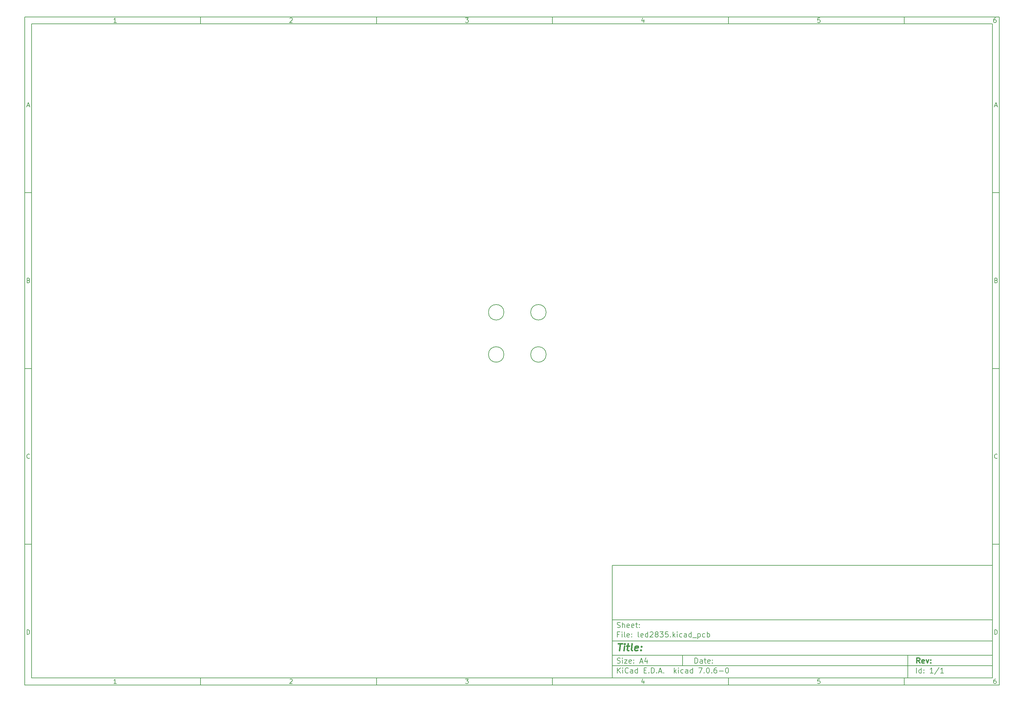
<source format=gbr>
%TF.GenerationSoftware,KiCad,Pcbnew,7.0.6-0*%
%TF.CreationDate,2024-07-03T14:46:14+08:00*%
%TF.ProjectId,led2835,6c656432-3833-4352-9e6b-696361645f70,rev?*%
%TF.SameCoordinates,Original*%
%TF.FileFunction,Other,Comment*%
%FSLAX46Y46*%
G04 Gerber Fmt 4.6, Leading zero omitted, Abs format (unit mm)*
G04 Created by KiCad (PCBNEW 7.0.6-0) date 2024-07-03 14:46:14*
%MOMM*%
%LPD*%
G01*
G04 APERTURE LIST*
%ADD10C,0.100000*%
%ADD11C,0.150000*%
%ADD12C,0.300000*%
%ADD13C,0.400000*%
G04 APERTURE END LIST*
D10*
D11*
X177002200Y-166007200D02*
X285002200Y-166007200D01*
X285002200Y-198007200D01*
X177002200Y-198007200D01*
X177002200Y-166007200D01*
D10*
D11*
X10000000Y-10000000D02*
X287002200Y-10000000D01*
X287002200Y-200007200D01*
X10000000Y-200007200D01*
X10000000Y-10000000D01*
D10*
D11*
X12000000Y-12000000D02*
X285002200Y-12000000D01*
X285002200Y-198007200D01*
X12000000Y-198007200D01*
X12000000Y-12000000D01*
D10*
D11*
X60000000Y-12000000D02*
X60000000Y-10000000D01*
D10*
D11*
X110000000Y-12000000D02*
X110000000Y-10000000D01*
D10*
D11*
X160000000Y-12000000D02*
X160000000Y-10000000D01*
D10*
D11*
X210000000Y-12000000D02*
X210000000Y-10000000D01*
D10*
D11*
X260000000Y-12000000D02*
X260000000Y-10000000D01*
D10*
D11*
X36089160Y-11593604D02*
X35346303Y-11593604D01*
X35717731Y-11593604D02*
X35717731Y-10293604D01*
X35717731Y-10293604D02*
X35593922Y-10479319D01*
X35593922Y-10479319D02*
X35470112Y-10603128D01*
X35470112Y-10603128D02*
X35346303Y-10665033D01*
D10*
D11*
X85346303Y-10417414D02*
X85408207Y-10355509D01*
X85408207Y-10355509D02*
X85532017Y-10293604D01*
X85532017Y-10293604D02*
X85841541Y-10293604D01*
X85841541Y-10293604D02*
X85965350Y-10355509D01*
X85965350Y-10355509D02*
X86027255Y-10417414D01*
X86027255Y-10417414D02*
X86089160Y-10541223D01*
X86089160Y-10541223D02*
X86089160Y-10665033D01*
X86089160Y-10665033D02*
X86027255Y-10850747D01*
X86027255Y-10850747D02*
X85284398Y-11593604D01*
X85284398Y-11593604D02*
X86089160Y-11593604D01*
D10*
D11*
X135284398Y-10293604D02*
X136089160Y-10293604D01*
X136089160Y-10293604D02*
X135655826Y-10788842D01*
X135655826Y-10788842D02*
X135841541Y-10788842D01*
X135841541Y-10788842D02*
X135965350Y-10850747D01*
X135965350Y-10850747D02*
X136027255Y-10912652D01*
X136027255Y-10912652D02*
X136089160Y-11036461D01*
X136089160Y-11036461D02*
X136089160Y-11345985D01*
X136089160Y-11345985D02*
X136027255Y-11469795D01*
X136027255Y-11469795D02*
X135965350Y-11531700D01*
X135965350Y-11531700D02*
X135841541Y-11593604D01*
X135841541Y-11593604D02*
X135470112Y-11593604D01*
X135470112Y-11593604D02*
X135346303Y-11531700D01*
X135346303Y-11531700D02*
X135284398Y-11469795D01*
D10*
D11*
X185965350Y-10726938D02*
X185965350Y-11593604D01*
X185655826Y-10231700D02*
X185346303Y-11160271D01*
X185346303Y-11160271D02*
X186151064Y-11160271D01*
D10*
D11*
X236027255Y-10293604D02*
X235408207Y-10293604D01*
X235408207Y-10293604D02*
X235346303Y-10912652D01*
X235346303Y-10912652D02*
X235408207Y-10850747D01*
X235408207Y-10850747D02*
X235532017Y-10788842D01*
X235532017Y-10788842D02*
X235841541Y-10788842D01*
X235841541Y-10788842D02*
X235965350Y-10850747D01*
X235965350Y-10850747D02*
X236027255Y-10912652D01*
X236027255Y-10912652D02*
X236089160Y-11036461D01*
X236089160Y-11036461D02*
X236089160Y-11345985D01*
X236089160Y-11345985D02*
X236027255Y-11469795D01*
X236027255Y-11469795D02*
X235965350Y-11531700D01*
X235965350Y-11531700D02*
X235841541Y-11593604D01*
X235841541Y-11593604D02*
X235532017Y-11593604D01*
X235532017Y-11593604D02*
X235408207Y-11531700D01*
X235408207Y-11531700D02*
X235346303Y-11469795D01*
D10*
D11*
X285965350Y-10293604D02*
X285717731Y-10293604D01*
X285717731Y-10293604D02*
X285593922Y-10355509D01*
X285593922Y-10355509D02*
X285532017Y-10417414D01*
X285532017Y-10417414D02*
X285408207Y-10603128D01*
X285408207Y-10603128D02*
X285346303Y-10850747D01*
X285346303Y-10850747D02*
X285346303Y-11345985D01*
X285346303Y-11345985D02*
X285408207Y-11469795D01*
X285408207Y-11469795D02*
X285470112Y-11531700D01*
X285470112Y-11531700D02*
X285593922Y-11593604D01*
X285593922Y-11593604D02*
X285841541Y-11593604D01*
X285841541Y-11593604D02*
X285965350Y-11531700D01*
X285965350Y-11531700D02*
X286027255Y-11469795D01*
X286027255Y-11469795D02*
X286089160Y-11345985D01*
X286089160Y-11345985D02*
X286089160Y-11036461D01*
X286089160Y-11036461D02*
X286027255Y-10912652D01*
X286027255Y-10912652D02*
X285965350Y-10850747D01*
X285965350Y-10850747D02*
X285841541Y-10788842D01*
X285841541Y-10788842D02*
X285593922Y-10788842D01*
X285593922Y-10788842D02*
X285470112Y-10850747D01*
X285470112Y-10850747D02*
X285408207Y-10912652D01*
X285408207Y-10912652D02*
X285346303Y-11036461D01*
D10*
D11*
X60000000Y-198007200D02*
X60000000Y-200007200D01*
D10*
D11*
X110000000Y-198007200D02*
X110000000Y-200007200D01*
D10*
D11*
X160000000Y-198007200D02*
X160000000Y-200007200D01*
D10*
D11*
X210000000Y-198007200D02*
X210000000Y-200007200D01*
D10*
D11*
X260000000Y-198007200D02*
X260000000Y-200007200D01*
D10*
D11*
X36089160Y-199600804D02*
X35346303Y-199600804D01*
X35717731Y-199600804D02*
X35717731Y-198300804D01*
X35717731Y-198300804D02*
X35593922Y-198486519D01*
X35593922Y-198486519D02*
X35470112Y-198610328D01*
X35470112Y-198610328D02*
X35346303Y-198672233D01*
D10*
D11*
X85346303Y-198424614D02*
X85408207Y-198362709D01*
X85408207Y-198362709D02*
X85532017Y-198300804D01*
X85532017Y-198300804D02*
X85841541Y-198300804D01*
X85841541Y-198300804D02*
X85965350Y-198362709D01*
X85965350Y-198362709D02*
X86027255Y-198424614D01*
X86027255Y-198424614D02*
X86089160Y-198548423D01*
X86089160Y-198548423D02*
X86089160Y-198672233D01*
X86089160Y-198672233D02*
X86027255Y-198857947D01*
X86027255Y-198857947D02*
X85284398Y-199600804D01*
X85284398Y-199600804D02*
X86089160Y-199600804D01*
D10*
D11*
X135284398Y-198300804D02*
X136089160Y-198300804D01*
X136089160Y-198300804D02*
X135655826Y-198796042D01*
X135655826Y-198796042D02*
X135841541Y-198796042D01*
X135841541Y-198796042D02*
X135965350Y-198857947D01*
X135965350Y-198857947D02*
X136027255Y-198919852D01*
X136027255Y-198919852D02*
X136089160Y-199043661D01*
X136089160Y-199043661D02*
X136089160Y-199353185D01*
X136089160Y-199353185D02*
X136027255Y-199476995D01*
X136027255Y-199476995D02*
X135965350Y-199538900D01*
X135965350Y-199538900D02*
X135841541Y-199600804D01*
X135841541Y-199600804D02*
X135470112Y-199600804D01*
X135470112Y-199600804D02*
X135346303Y-199538900D01*
X135346303Y-199538900D02*
X135284398Y-199476995D01*
D10*
D11*
X185965350Y-198734138D02*
X185965350Y-199600804D01*
X185655826Y-198238900D02*
X185346303Y-199167471D01*
X185346303Y-199167471D02*
X186151064Y-199167471D01*
D10*
D11*
X236027255Y-198300804D02*
X235408207Y-198300804D01*
X235408207Y-198300804D02*
X235346303Y-198919852D01*
X235346303Y-198919852D02*
X235408207Y-198857947D01*
X235408207Y-198857947D02*
X235532017Y-198796042D01*
X235532017Y-198796042D02*
X235841541Y-198796042D01*
X235841541Y-198796042D02*
X235965350Y-198857947D01*
X235965350Y-198857947D02*
X236027255Y-198919852D01*
X236027255Y-198919852D02*
X236089160Y-199043661D01*
X236089160Y-199043661D02*
X236089160Y-199353185D01*
X236089160Y-199353185D02*
X236027255Y-199476995D01*
X236027255Y-199476995D02*
X235965350Y-199538900D01*
X235965350Y-199538900D02*
X235841541Y-199600804D01*
X235841541Y-199600804D02*
X235532017Y-199600804D01*
X235532017Y-199600804D02*
X235408207Y-199538900D01*
X235408207Y-199538900D02*
X235346303Y-199476995D01*
D10*
D11*
X285965350Y-198300804D02*
X285717731Y-198300804D01*
X285717731Y-198300804D02*
X285593922Y-198362709D01*
X285593922Y-198362709D02*
X285532017Y-198424614D01*
X285532017Y-198424614D02*
X285408207Y-198610328D01*
X285408207Y-198610328D02*
X285346303Y-198857947D01*
X285346303Y-198857947D02*
X285346303Y-199353185D01*
X285346303Y-199353185D02*
X285408207Y-199476995D01*
X285408207Y-199476995D02*
X285470112Y-199538900D01*
X285470112Y-199538900D02*
X285593922Y-199600804D01*
X285593922Y-199600804D02*
X285841541Y-199600804D01*
X285841541Y-199600804D02*
X285965350Y-199538900D01*
X285965350Y-199538900D02*
X286027255Y-199476995D01*
X286027255Y-199476995D02*
X286089160Y-199353185D01*
X286089160Y-199353185D02*
X286089160Y-199043661D01*
X286089160Y-199043661D02*
X286027255Y-198919852D01*
X286027255Y-198919852D02*
X285965350Y-198857947D01*
X285965350Y-198857947D02*
X285841541Y-198796042D01*
X285841541Y-198796042D02*
X285593922Y-198796042D01*
X285593922Y-198796042D02*
X285470112Y-198857947D01*
X285470112Y-198857947D02*
X285408207Y-198919852D01*
X285408207Y-198919852D02*
X285346303Y-199043661D01*
D10*
D11*
X10000000Y-60000000D02*
X12000000Y-60000000D01*
D10*
D11*
X10000000Y-110000000D02*
X12000000Y-110000000D01*
D10*
D11*
X10000000Y-160000000D02*
X12000000Y-160000000D01*
D10*
D11*
X10690476Y-35222176D02*
X11309523Y-35222176D01*
X10566666Y-35593604D02*
X10999999Y-34293604D01*
X10999999Y-34293604D02*
X11433333Y-35593604D01*
D10*
D11*
X11092857Y-84912652D02*
X11278571Y-84974557D01*
X11278571Y-84974557D02*
X11340476Y-85036461D01*
X11340476Y-85036461D02*
X11402380Y-85160271D01*
X11402380Y-85160271D02*
X11402380Y-85345985D01*
X11402380Y-85345985D02*
X11340476Y-85469795D01*
X11340476Y-85469795D02*
X11278571Y-85531700D01*
X11278571Y-85531700D02*
X11154761Y-85593604D01*
X11154761Y-85593604D02*
X10659523Y-85593604D01*
X10659523Y-85593604D02*
X10659523Y-84293604D01*
X10659523Y-84293604D02*
X11092857Y-84293604D01*
X11092857Y-84293604D02*
X11216666Y-84355509D01*
X11216666Y-84355509D02*
X11278571Y-84417414D01*
X11278571Y-84417414D02*
X11340476Y-84541223D01*
X11340476Y-84541223D02*
X11340476Y-84665033D01*
X11340476Y-84665033D02*
X11278571Y-84788842D01*
X11278571Y-84788842D02*
X11216666Y-84850747D01*
X11216666Y-84850747D02*
X11092857Y-84912652D01*
X11092857Y-84912652D02*
X10659523Y-84912652D01*
D10*
D11*
X11402380Y-135469795D02*
X11340476Y-135531700D01*
X11340476Y-135531700D02*
X11154761Y-135593604D01*
X11154761Y-135593604D02*
X11030952Y-135593604D01*
X11030952Y-135593604D02*
X10845238Y-135531700D01*
X10845238Y-135531700D02*
X10721428Y-135407890D01*
X10721428Y-135407890D02*
X10659523Y-135284080D01*
X10659523Y-135284080D02*
X10597619Y-135036461D01*
X10597619Y-135036461D02*
X10597619Y-134850747D01*
X10597619Y-134850747D02*
X10659523Y-134603128D01*
X10659523Y-134603128D02*
X10721428Y-134479319D01*
X10721428Y-134479319D02*
X10845238Y-134355509D01*
X10845238Y-134355509D02*
X11030952Y-134293604D01*
X11030952Y-134293604D02*
X11154761Y-134293604D01*
X11154761Y-134293604D02*
X11340476Y-134355509D01*
X11340476Y-134355509D02*
X11402380Y-134417414D01*
D10*
D11*
X10659523Y-185593604D02*
X10659523Y-184293604D01*
X10659523Y-184293604D02*
X10969047Y-184293604D01*
X10969047Y-184293604D02*
X11154761Y-184355509D01*
X11154761Y-184355509D02*
X11278571Y-184479319D01*
X11278571Y-184479319D02*
X11340476Y-184603128D01*
X11340476Y-184603128D02*
X11402380Y-184850747D01*
X11402380Y-184850747D02*
X11402380Y-185036461D01*
X11402380Y-185036461D02*
X11340476Y-185284080D01*
X11340476Y-185284080D02*
X11278571Y-185407890D01*
X11278571Y-185407890D02*
X11154761Y-185531700D01*
X11154761Y-185531700D02*
X10969047Y-185593604D01*
X10969047Y-185593604D02*
X10659523Y-185593604D01*
D10*
D11*
X287002200Y-60000000D02*
X285002200Y-60000000D01*
D10*
D11*
X287002200Y-110000000D02*
X285002200Y-110000000D01*
D10*
D11*
X287002200Y-160000000D02*
X285002200Y-160000000D01*
D10*
D11*
X285692676Y-35222176D02*
X286311723Y-35222176D01*
X285568866Y-35593604D02*
X286002199Y-34293604D01*
X286002199Y-34293604D02*
X286435533Y-35593604D01*
D10*
D11*
X286095057Y-84912652D02*
X286280771Y-84974557D01*
X286280771Y-84974557D02*
X286342676Y-85036461D01*
X286342676Y-85036461D02*
X286404580Y-85160271D01*
X286404580Y-85160271D02*
X286404580Y-85345985D01*
X286404580Y-85345985D02*
X286342676Y-85469795D01*
X286342676Y-85469795D02*
X286280771Y-85531700D01*
X286280771Y-85531700D02*
X286156961Y-85593604D01*
X286156961Y-85593604D02*
X285661723Y-85593604D01*
X285661723Y-85593604D02*
X285661723Y-84293604D01*
X285661723Y-84293604D02*
X286095057Y-84293604D01*
X286095057Y-84293604D02*
X286218866Y-84355509D01*
X286218866Y-84355509D02*
X286280771Y-84417414D01*
X286280771Y-84417414D02*
X286342676Y-84541223D01*
X286342676Y-84541223D02*
X286342676Y-84665033D01*
X286342676Y-84665033D02*
X286280771Y-84788842D01*
X286280771Y-84788842D02*
X286218866Y-84850747D01*
X286218866Y-84850747D02*
X286095057Y-84912652D01*
X286095057Y-84912652D02*
X285661723Y-84912652D01*
D10*
D11*
X286404580Y-135469795D02*
X286342676Y-135531700D01*
X286342676Y-135531700D02*
X286156961Y-135593604D01*
X286156961Y-135593604D02*
X286033152Y-135593604D01*
X286033152Y-135593604D02*
X285847438Y-135531700D01*
X285847438Y-135531700D02*
X285723628Y-135407890D01*
X285723628Y-135407890D02*
X285661723Y-135284080D01*
X285661723Y-135284080D02*
X285599819Y-135036461D01*
X285599819Y-135036461D02*
X285599819Y-134850747D01*
X285599819Y-134850747D02*
X285661723Y-134603128D01*
X285661723Y-134603128D02*
X285723628Y-134479319D01*
X285723628Y-134479319D02*
X285847438Y-134355509D01*
X285847438Y-134355509D02*
X286033152Y-134293604D01*
X286033152Y-134293604D02*
X286156961Y-134293604D01*
X286156961Y-134293604D02*
X286342676Y-134355509D01*
X286342676Y-134355509D02*
X286404580Y-134417414D01*
D10*
D11*
X285661723Y-185593604D02*
X285661723Y-184293604D01*
X285661723Y-184293604D02*
X285971247Y-184293604D01*
X285971247Y-184293604D02*
X286156961Y-184355509D01*
X286156961Y-184355509D02*
X286280771Y-184479319D01*
X286280771Y-184479319D02*
X286342676Y-184603128D01*
X286342676Y-184603128D02*
X286404580Y-184850747D01*
X286404580Y-184850747D02*
X286404580Y-185036461D01*
X286404580Y-185036461D02*
X286342676Y-185284080D01*
X286342676Y-185284080D02*
X286280771Y-185407890D01*
X286280771Y-185407890D02*
X286156961Y-185531700D01*
X286156961Y-185531700D02*
X285971247Y-185593604D01*
X285971247Y-185593604D02*
X285661723Y-185593604D01*
D10*
D11*
X200458026Y-193793328D02*
X200458026Y-192293328D01*
X200458026Y-192293328D02*
X200815169Y-192293328D01*
X200815169Y-192293328D02*
X201029455Y-192364757D01*
X201029455Y-192364757D02*
X201172312Y-192507614D01*
X201172312Y-192507614D02*
X201243741Y-192650471D01*
X201243741Y-192650471D02*
X201315169Y-192936185D01*
X201315169Y-192936185D02*
X201315169Y-193150471D01*
X201315169Y-193150471D02*
X201243741Y-193436185D01*
X201243741Y-193436185D02*
X201172312Y-193579042D01*
X201172312Y-193579042D02*
X201029455Y-193721900D01*
X201029455Y-193721900D02*
X200815169Y-193793328D01*
X200815169Y-193793328D02*
X200458026Y-193793328D01*
X202600884Y-193793328D02*
X202600884Y-193007614D01*
X202600884Y-193007614D02*
X202529455Y-192864757D01*
X202529455Y-192864757D02*
X202386598Y-192793328D01*
X202386598Y-192793328D02*
X202100884Y-192793328D01*
X202100884Y-192793328D02*
X201958026Y-192864757D01*
X202600884Y-193721900D02*
X202458026Y-193793328D01*
X202458026Y-193793328D02*
X202100884Y-193793328D01*
X202100884Y-193793328D02*
X201958026Y-193721900D01*
X201958026Y-193721900D02*
X201886598Y-193579042D01*
X201886598Y-193579042D02*
X201886598Y-193436185D01*
X201886598Y-193436185D02*
X201958026Y-193293328D01*
X201958026Y-193293328D02*
X202100884Y-193221900D01*
X202100884Y-193221900D02*
X202458026Y-193221900D01*
X202458026Y-193221900D02*
X202600884Y-193150471D01*
X203100884Y-192793328D02*
X203672312Y-192793328D01*
X203315169Y-192293328D02*
X203315169Y-193579042D01*
X203315169Y-193579042D02*
X203386598Y-193721900D01*
X203386598Y-193721900D02*
X203529455Y-193793328D01*
X203529455Y-193793328D02*
X203672312Y-193793328D01*
X204743741Y-193721900D02*
X204600884Y-193793328D01*
X204600884Y-193793328D02*
X204315170Y-193793328D01*
X204315170Y-193793328D02*
X204172312Y-193721900D01*
X204172312Y-193721900D02*
X204100884Y-193579042D01*
X204100884Y-193579042D02*
X204100884Y-193007614D01*
X204100884Y-193007614D02*
X204172312Y-192864757D01*
X204172312Y-192864757D02*
X204315170Y-192793328D01*
X204315170Y-192793328D02*
X204600884Y-192793328D01*
X204600884Y-192793328D02*
X204743741Y-192864757D01*
X204743741Y-192864757D02*
X204815170Y-193007614D01*
X204815170Y-193007614D02*
X204815170Y-193150471D01*
X204815170Y-193150471D02*
X204100884Y-193293328D01*
X205458026Y-193650471D02*
X205529455Y-193721900D01*
X205529455Y-193721900D02*
X205458026Y-193793328D01*
X205458026Y-193793328D02*
X205386598Y-193721900D01*
X205386598Y-193721900D02*
X205458026Y-193650471D01*
X205458026Y-193650471D02*
X205458026Y-193793328D01*
X205458026Y-192864757D02*
X205529455Y-192936185D01*
X205529455Y-192936185D02*
X205458026Y-193007614D01*
X205458026Y-193007614D02*
X205386598Y-192936185D01*
X205386598Y-192936185D02*
X205458026Y-192864757D01*
X205458026Y-192864757D02*
X205458026Y-193007614D01*
D10*
D11*
X177002200Y-194507200D02*
X285002200Y-194507200D01*
D10*
D11*
X178458026Y-196593328D02*
X178458026Y-195093328D01*
X179315169Y-196593328D02*
X178672312Y-195736185D01*
X179315169Y-195093328D02*
X178458026Y-195950471D01*
X179958026Y-196593328D02*
X179958026Y-195593328D01*
X179958026Y-195093328D02*
X179886598Y-195164757D01*
X179886598Y-195164757D02*
X179958026Y-195236185D01*
X179958026Y-195236185D02*
X180029455Y-195164757D01*
X180029455Y-195164757D02*
X179958026Y-195093328D01*
X179958026Y-195093328D02*
X179958026Y-195236185D01*
X181529455Y-196450471D02*
X181458027Y-196521900D01*
X181458027Y-196521900D02*
X181243741Y-196593328D01*
X181243741Y-196593328D02*
X181100884Y-196593328D01*
X181100884Y-196593328D02*
X180886598Y-196521900D01*
X180886598Y-196521900D02*
X180743741Y-196379042D01*
X180743741Y-196379042D02*
X180672312Y-196236185D01*
X180672312Y-196236185D02*
X180600884Y-195950471D01*
X180600884Y-195950471D02*
X180600884Y-195736185D01*
X180600884Y-195736185D02*
X180672312Y-195450471D01*
X180672312Y-195450471D02*
X180743741Y-195307614D01*
X180743741Y-195307614D02*
X180886598Y-195164757D01*
X180886598Y-195164757D02*
X181100884Y-195093328D01*
X181100884Y-195093328D02*
X181243741Y-195093328D01*
X181243741Y-195093328D02*
X181458027Y-195164757D01*
X181458027Y-195164757D02*
X181529455Y-195236185D01*
X182815170Y-196593328D02*
X182815170Y-195807614D01*
X182815170Y-195807614D02*
X182743741Y-195664757D01*
X182743741Y-195664757D02*
X182600884Y-195593328D01*
X182600884Y-195593328D02*
X182315170Y-195593328D01*
X182315170Y-195593328D02*
X182172312Y-195664757D01*
X182815170Y-196521900D02*
X182672312Y-196593328D01*
X182672312Y-196593328D02*
X182315170Y-196593328D01*
X182315170Y-196593328D02*
X182172312Y-196521900D01*
X182172312Y-196521900D02*
X182100884Y-196379042D01*
X182100884Y-196379042D02*
X182100884Y-196236185D01*
X182100884Y-196236185D02*
X182172312Y-196093328D01*
X182172312Y-196093328D02*
X182315170Y-196021900D01*
X182315170Y-196021900D02*
X182672312Y-196021900D01*
X182672312Y-196021900D02*
X182815170Y-195950471D01*
X184172313Y-196593328D02*
X184172313Y-195093328D01*
X184172313Y-196521900D02*
X184029455Y-196593328D01*
X184029455Y-196593328D02*
X183743741Y-196593328D01*
X183743741Y-196593328D02*
X183600884Y-196521900D01*
X183600884Y-196521900D02*
X183529455Y-196450471D01*
X183529455Y-196450471D02*
X183458027Y-196307614D01*
X183458027Y-196307614D02*
X183458027Y-195879042D01*
X183458027Y-195879042D02*
X183529455Y-195736185D01*
X183529455Y-195736185D02*
X183600884Y-195664757D01*
X183600884Y-195664757D02*
X183743741Y-195593328D01*
X183743741Y-195593328D02*
X184029455Y-195593328D01*
X184029455Y-195593328D02*
X184172313Y-195664757D01*
X186029455Y-195807614D02*
X186529455Y-195807614D01*
X186743741Y-196593328D02*
X186029455Y-196593328D01*
X186029455Y-196593328D02*
X186029455Y-195093328D01*
X186029455Y-195093328D02*
X186743741Y-195093328D01*
X187386598Y-196450471D02*
X187458027Y-196521900D01*
X187458027Y-196521900D02*
X187386598Y-196593328D01*
X187386598Y-196593328D02*
X187315170Y-196521900D01*
X187315170Y-196521900D02*
X187386598Y-196450471D01*
X187386598Y-196450471D02*
X187386598Y-196593328D01*
X188100884Y-196593328D02*
X188100884Y-195093328D01*
X188100884Y-195093328D02*
X188458027Y-195093328D01*
X188458027Y-195093328D02*
X188672313Y-195164757D01*
X188672313Y-195164757D02*
X188815170Y-195307614D01*
X188815170Y-195307614D02*
X188886599Y-195450471D01*
X188886599Y-195450471D02*
X188958027Y-195736185D01*
X188958027Y-195736185D02*
X188958027Y-195950471D01*
X188958027Y-195950471D02*
X188886599Y-196236185D01*
X188886599Y-196236185D02*
X188815170Y-196379042D01*
X188815170Y-196379042D02*
X188672313Y-196521900D01*
X188672313Y-196521900D02*
X188458027Y-196593328D01*
X188458027Y-196593328D02*
X188100884Y-196593328D01*
X189600884Y-196450471D02*
X189672313Y-196521900D01*
X189672313Y-196521900D02*
X189600884Y-196593328D01*
X189600884Y-196593328D02*
X189529456Y-196521900D01*
X189529456Y-196521900D02*
X189600884Y-196450471D01*
X189600884Y-196450471D02*
X189600884Y-196593328D01*
X190243742Y-196164757D02*
X190958028Y-196164757D01*
X190100885Y-196593328D02*
X190600885Y-195093328D01*
X190600885Y-195093328D02*
X191100885Y-196593328D01*
X191600884Y-196450471D02*
X191672313Y-196521900D01*
X191672313Y-196521900D02*
X191600884Y-196593328D01*
X191600884Y-196593328D02*
X191529456Y-196521900D01*
X191529456Y-196521900D02*
X191600884Y-196450471D01*
X191600884Y-196450471D02*
X191600884Y-196593328D01*
X194600884Y-196593328D02*
X194600884Y-195093328D01*
X194743742Y-196021900D02*
X195172313Y-196593328D01*
X195172313Y-195593328D02*
X194600884Y-196164757D01*
X195815170Y-196593328D02*
X195815170Y-195593328D01*
X195815170Y-195093328D02*
X195743742Y-195164757D01*
X195743742Y-195164757D02*
X195815170Y-195236185D01*
X195815170Y-195236185D02*
X195886599Y-195164757D01*
X195886599Y-195164757D02*
X195815170Y-195093328D01*
X195815170Y-195093328D02*
X195815170Y-195236185D01*
X197172314Y-196521900D02*
X197029456Y-196593328D01*
X197029456Y-196593328D02*
X196743742Y-196593328D01*
X196743742Y-196593328D02*
X196600885Y-196521900D01*
X196600885Y-196521900D02*
X196529456Y-196450471D01*
X196529456Y-196450471D02*
X196458028Y-196307614D01*
X196458028Y-196307614D02*
X196458028Y-195879042D01*
X196458028Y-195879042D02*
X196529456Y-195736185D01*
X196529456Y-195736185D02*
X196600885Y-195664757D01*
X196600885Y-195664757D02*
X196743742Y-195593328D01*
X196743742Y-195593328D02*
X197029456Y-195593328D01*
X197029456Y-195593328D02*
X197172314Y-195664757D01*
X198458028Y-196593328D02*
X198458028Y-195807614D01*
X198458028Y-195807614D02*
X198386599Y-195664757D01*
X198386599Y-195664757D02*
X198243742Y-195593328D01*
X198243742Y-195593328D02*
X197958028Y-195593328D01*
X197958028Y-195593328D02*
X197815170Y-195664757D01*
X198458028Y-196521900D02*
X198315170Y-196593328D01*
X198315170Y-196593328D02*
X197958028Y-196593328D01*
X197958028Y-196593328D02*
X197815170Y-196521900D01*
X197815170Y-196521900D02*
X197743742Y-196379042D01*
X197743742Y-196379042D02*
X197743742Y-196236185D01*
X197743742Y-196236185D02*
X197815170Y-196093328D01*
X197815170Y-196093328D02*
X197958028Y-196021900D01*
X197958028Y-196021900D02*
X198315170Y-196021900D01*
X198315170Y-196021900D02*
X198458028Y-195950471D01*
X199815171Y-196593328D02*
X199815171Y-195093328D01*
X199815171Y-196521900D02*
X199672313Y-196593328D01*
X199672313Y-196593328D02*
X199386599Y-196593328D01*
X199386599Y-196593328D02*
X199243742Y-196521900D01*
X199243742Y-196521900D02*
X199172313Y-196450471D01*
X199172313Y-196450471D02*
X199100885Y-196307614D01*
X199100885Y-196307614D02*
X199100885Y-195879042D01*
X199100885Y-195879042D02*
X199172313Y-195736185D01*
X199172313Y-195736185D02*
X199243742Y-195664757D01*
X199243742Y-195664757D02*
X199386599Y-195593328D01*
X199386599Y-195593328D02*
X199672313Y-195593328D01*
X199672313Y-195593328D02*
X199815171Y-195664757D01*
X201529456Y-195093328D02*
X202529456Y-195093328D01*
X202529456Y-195093328D02*
X201886599Y-196593328D01*
X203100884Y-196450471D02*
X203172313Y-196521900D01*
X203172313Y-196521900D02*
X203100884Y-196593328D01*
X203100884Y-196593328D02*
X203029456Y-196521900D01*
X203029456Y-196521900D02*
X203100884Y-196450471D01*
X203100884Y-196450471D02*
X203100884Y-196593328D01*
X204100885Y-195093328D02*
X204243742Y-195093328D01*
X204243742Y-195093328D02*
X204386599Y-195164757D01*
X204386599Y-195164757D02*
X204458028Y-195236185D01*
X204458028Y-195236185D02*
X204529456Y-195379042D01*
X204529456Y-195379042D02*
X204600885Y-195664757D01*
X204600885Y-195664757D02*
X204600885Y-196021900D01*
X204600885Y-196021900D02*
X204529456Y-196307614D01*
X204529456Y-196307614D02*
X204458028Y-196450471D01*
X204458028Y-196450471D02*
X204386599Y-196521900D01*
X204386599Y-196521900D02*
X204243742Y-196593328D01*
X204243742Y-196593328D02*
X204100885Y-196593328D01*
X204100885Y-196593328D02*
X203958028Y-196521900D01*
X203958028Y-196521900D02*
X203886599Y-196450471D01*
X203886599Y-196450471D02*
X203815170Y-196307614D01*
X203815170Y-196307614D02*
X203743742Y-196021900D01*
X203743742Y-196021900D02*
X203743742Y-195664757D01*
X203743742Y-195664757D02*
X203815170Y-195379042D01*
X203815170Y-195379042D02*
X203886599Y-195236185D01*
X203886599Y-195236185D02*
X203958028Y-195164757D01*
X203958028Y-195164757D02*
X204100885Y-195093328D01*
X205243741Y-196450471D02*
X205315170Y-196521900D01*
X205315170Y-196521900D02*
X205243741Y-196593328D01*
X205243741Y-196593328D02*
X205172313Y-196521900D01*
X205172313Y-196521900D02*
X205243741Y-196450471D01*
X205243741Y-196450471D02*
X205243741Y-196593328D01*
X206600885Y-195093328D02*
X206315170Y-195093328D01*
X206315170Y-195093328D02*
X206172313Y-195164757D01*
X206172313Y-195164757D02*
X206100885Y-195236185D01*
X206100885Y-195236185D02*
X205958027Y-195450471D01*
X205958027Y-195450471D02*
X205886599Y-195736185D01*
X205886599Y-195736185D02*
X205886599Y-196307614D01*
X205886599Y-196307614D02*
X205958027Y-196450471D01*
X205958027Y-196450471D02*
X206029456Y-196521900D01*
X206029456Y-196521900D02*
X206172313Y-196593328D01*
X206172313Y-196593328D02*
X206458027Y-196593328D01*
X206458027Y-196593328D02*
X206600885Y-196521900D01*
X206600885Y-196521900D02*
X206672313Y-196450471D01*
X206672313Y-196450471D02*
X206743742Y-196307614D01*
X206743742Y-196307614D02*
X206743742Y-195950471D01*
X206743742Y-195950471D02*
X206672313Y-195807614D01*
X206672313Y-195807614D02*
X206600885Y-195736185D01*
X206600885Y-195736185D02*
X206458027Y-195664757D01*
X206458027Y-195664757D02*
X206172313Y-195664757D01*
X206172313Y-195664757D02*
X206029456Y-195736185D01*
X206029456Y-195736185D02*
X205958027Y-195807614D01*
X205958027Y-195807614D02*
X205886599Y-195950471D01*
X207386598Y-196021900D02*
X208529456Y-196021900D01*
X209529456Y-195093328D02*
X209672313Y-195093328D01*
X209672313Y-195093328D02*
X209815170Y-195164757D01*
X209815170Y-195164757D02*
X209886599Y-195236185D01*
X209886599Y-195236185D02*
X209958027Y-195379042D01*
X209958027Y-195379042D02*
X210029456Y-195664757D01*
X210029456Y-195664757D02*
X210029456Y-196021900D01*
X210029456Y-196021900D02*
X209958027Y-196307614D01*
X209958027Y-196307614D02*
X209886599Y-196450471D01*
X209886599Y-196450471D02*
X209815170Y-196521900D01*
X209815170Y-196521900D02*
X209672313Y-196593328D01*
X209672313Y-196593328D02*
X209529456Y-196593328D01*
X209529456Y-196593328D02*
X209386599Y-196521900D01*
X209386599Y-196521900D02*
X209315170Y-196450471D01*
X209315170Y-196450471D02*
X209243741Y-196307614D01*
X209243741Y-196307614D02*
X209172313Y-196021900D01*
X209172313Y-196021900D02*
X209172313Y-195664757D01*
X209172313Y-195664757D02*
X209243741Y-195379042D01*
X209243741Y-195379042D02*
X209315170Y-195236185D01*
X209315170Y-195236185D02*
X209386599Y-195164757D01*
X209386599Y-195164757D02*
X209529456Y-195093328D01*
D10*
D11*
X177002200Y-191507200D02*
X285002200Y-191507200D01*
D10*
D12*
X264413853Y-193785528D02*
X263913853Y-193071242D01*
X263556710Y-193785528D02*
X263556710Y-192285528D01*
X263556710Y-192285528D02*
X264128139Y-192285528D01*
X264128139Y-192285528D02*
X264270996Y-192356957D01*
X264270996Y-192356957D02*
X264342425Y-192428385D01*
X264342425Y-192428385D02*
X264413853Y-192571242D01*
X264413853Y-192571242D02*
X264413853Y-192785528D01*
X264413853Y-192785528D02*
X264342425Y-192928385D01*
X264342425Y-192928385D02*
X264270996Y-192999814D01*
X264270996Y-192999814D02*
X264128139Y-193071242D01*
X264128139Y-193071242D02*
X263556710Y-193071242D01*
X265628139Y-193714100D02*
X265485282Y-193785528D01*
X265485282Y-193785528D02*
X265199568Y-193785528D01*
X265199568Y-193785528D02*
X265056710Y-193714100D01*
X265056710Y-193714100D02*
X264985282Y-193571242D01*
X264985282Y-193571242D02*
X264985282Y-192999814D01*
X264985282Y-192999814D02*
X265056710Y-192856957D01*
X265056710Y-192856957D02*
X265199568Y-192785528D01*
X265199568Y-192785528D02*
X265485282Y-192785528D01*
X265485282Y-192785528D02*
X265628139Y-192856957D01*
X265628139Y-192856957D02*
X265699568Y-192999814D01*
X265699568Y-192999814D02*
X265699568Y-193142671D01*
X265699568Y-193142671D02*
X264985282Y-193285528D01*
X266199567Y-192785528D02*
X266556710Y-193785528D01*
X266556710Y-193785528D02*
X266913853Y-192785528D01*
X267485281Y-193642671D02*
X267556710Y-193714100D01*
X267556710Y-193714100D02*
X267485281Y-193785528D01*
X267485281Y-193785528D02*
X267413853Y-193714100D01*
X267413853Y-193714100D02*
X267485281Y-193642671D01*
X267485281Y-193642671D02*
X267485281Y-193785528D01*
X267485281Y-192856957D02*
X267556710Y-192928385D01*
X267556710Y-192928385D02*
X267485281Y-192999814D01*
X267485281Y-192999814D02*
X267413853Y-192928385D01*
X267413853Y-192928385D02*
X267485281Y-192856957D01*
X267485281Y-192856957D02*
X267485281Y-192999814D01*
D10*
D11*
X178386598Y-193721900D02*
X178600884Y-193793328D01*
X178600884Y-193793328D02*
X178958026Y-193793328D01*
X178958026Y-193793328D02*
X179100884Y-193721900D01*
X179100884Y-193721900D02*
X179172312Y-193650471D01*
X179172312Y-193650471D02*
X179243741Y-193507614D01*
X179243741Y-193507614D02*
X179243741Y-193364757D01*
X179243741Y-193364757D02*
X179172312Y-193221900D01*
X179172312Y-193221900D02*
X179100884Y-193150471D01*
X179100884Y-193150471D02*
X178958026Y-193079042D01*
X178958026Y-193079042D02*
X178672312Y-193007614D01*
X178672312Y-193007614D02*
X178529455Y-192936185D01*
X178529455Y-192936185D02*
X178458026Y-192864757D01*
X178458026Y-192864757D02*
X178386598Y-192721900D01*
X178386598Y-192721900D02*
X178386598Y-192579042D01*
X178386598Y-192579042D02*
X178458026Y-192436185D01*
X178458026Y-192436185D02*
X178529455Y-192364757D01*
X178529455Y-192364757D02*
X178672312Y-192293328D01*
X178672312Y-192293328D02*
X179029455Y-192293328D01*
X179029455Y-192293328D02*
X179243741Y-192364757D01*
X179886597Y-193793328D02*
X179886597Y-192793328D01*
X179886597Y-192293328D02*
X179815169Y-192364757D01*
X179815169Y-192364757D02*
X179886597Y-192436185D01*
X179886597Y-192436185D02*
X179958026Y-192364757D01*
X179958026Y-192364757D02*
X179886597Y-192293328D01*
X179886597Y-192293328D02*
X179886597Y-192436185D01*
X180458026Y-192793328D02*
X181243741Y-192793328D01*
X181243741Y-192793328D02*
X180458026Y-193793328D01*
X180458026Y-193793328D02*
X181243741Y-193793328D01*
X182386598Y-193721900D02*
X182243741Y-193793328D01*
X182243741Y-193793328D02*
X181958027Y-193793328D01*
X181958027Y-193793328D02*
X181815169Y-193721900D01*
X181815169Y-193721900D02*
X181743741Y-193579042D01*
X181743741Y-193579042D02*
X181743741Y-193007614D01*
X181743741Y-193007614D02*
X181815169Y-192864757D01*
X181815169Y-192864757D02*
X181958027Y-192793328D01*
X181958027Y-192793328D02*
X182243741Y-192793328D01*
X182243741Y-192793328D02*
X182386598Y-192864757D01*
X182386598Y-192864757D02*
X182458027Y-193007614D01*
X182458027Y-193007614D02*
X182458027Y-193150471D01*
X182458027Y-193150471D02*
X181743741Y-193293328D01*
X183100883Y-193650471D02*
X183172312Y-193721900D01*
X183172312Y-193721900D02*
X183100883Y-193793328D01*
X183100883Y-193793328D02*
X183029455Y-193721900D01*
X183029455Y-193721900D02*
X183100883Y-193650471D01*
X183100883Y-193650471D02*
X183100883Y-193793328D01*
X183100883Y-192864757D02*
X183172312Y-192936185D01*
X183172312Y-192936185D02*
X183100883Y-193007614D01*
X183100883Y-193007614D02*
X183029455Y-192936185D01*
X183029455Y-192936185D02*
X183100883Y-192864757D01*
X183100883Y-192864757D02*
X183100883Y-193007614D01*
X184886598Y-193364757D02*
X185600884Y-193364757D01*
X184743741Y-193793328D02*
X185243741Y-192293328D01*
X185243741Y-192293328D02*
X185743741Y-193793328D01*
X186886598Y-192793328D02*
X186886598Y-193793328D01*
X186529455Y-192221900D02*
X186172312Y-193293328D01*
X186172312Y-193293328D02*
X187100883Y-193293328D01*
D10*
D11*
X263458026Y-196593328D02*
X263458026Y-195093328D01*
X264815170Y-196593328D02*
X264815170Y-195093328D01*
X264815170Y-196521900D02*
X264672312Y-196593328D01*
X264672312Y-196593328D02*
X264386598Y-196593328D01*
X264386598Y-196593328D02*
X264243741Y-196521900D01*
X264243741Y-196521900D02*
X264172312Y-196450471D01*
X264172312Y-196450471D02*
X264100884Y-196307614D01*
X264100884Y-196307614D02*
X264100884Y-195879042D01*
X264100884Y-195879042D02*
X264172312Y-195736185D01*
X264172312Y-195736185D02*
X264243741Y-195664757D01*
X264243741Y-195664757D02*
X264386598Y-195593328D01*
X264386598Y-195593328D02*
X264672312Y-195593328D01*
X264672312Y-195593328D02*
X264815170Y-195664757D01*
X265529455Y-196450471D02*
X265600884Y-196521900D01*
X265600884Y-196521900D02*
X265529455Y-196593328D01*
X265529455Y-196593328D02*
X265458027Y-196521900D01*
X265458027Y-196521900D02*
X265529455Y-196450471D01*
X265529455Y-196450471D02*
X265529455Y-196593328D01*
X265529455Y-195664757D02*
X265600884Y-195736185D01*
X265600884Y-195736185D02*
X265529455Y-195807614D01*
X265529455Y-195807614D02*
X265458027Y-195736185D01*
X265458027Y-195736185D02*
X265529455Y-195664757D01*
X265529455Y-195664757D02*
X265529455Y-195807614D01*
X268172313Y-196593328D02*
X267315170Y-196593328D01*
X267743741Y-196593328D02*
X267743741Y-195093328D01*
X267743741Y-195093328D02*
X267600884Y-195307614D01*
X267600884Y-195307614D02*
X267458027Y-195450471D01*
X267458027Y-195450471D02*
X267315170Y-195521900D01*
X269886598Y-195021900D02*
X268600884Y-196950471D01*
X271172313Y-196593328D02*
X270315170Y-196593328D01*
X270743741Y-196593328D02*
X270743741Y-195093328D01*
X270743741Y-195093328D02*
X270600884Y-195307614D01*
X270600884Y-195307614D02*
X270458027Y-195450471D01*
X270458027Y-195450471D02*
X270315170Y-195521900D01*
D10*
D11*
X177002200Y-187507200D02*
X285002200Y-187507200D01*
D10*
D13*
X178693928Y-188211638D02*
X179836785Y-188211638D01*
X179015357Y-190211638D02*
X179265357Y-188211638D01*
X180253452Y-190211638D02*
X180420119Y-188878304D01*
X180503452Y-188211638D02*
X180396309Y-188306876D01*
X180396309Y-188306876D02*
X180479643Y-188402114D01*
X180479643Y-188402114D02*
X180586786Y-188306876D01*
X180586786Y-188306876D02*
X180503452Y-188211638D01*
X180503452Y-188211638D02*
X180479643Y-188402114D01*
X181086786Y-188878304D02*
X181848690Y-188878304D01*
X181455833Y-188211638D02*
X181241548Y-189925923D01*
X181241548Y-189925923D02*
X181312976Y-190116400D01*
X181312976Y-190116400D02*
X181491548Y-190211638D01*
X181491548Y-190211638D02*
X181682024Y-190211638D01*
X182634405Y-190211638D02*
X182455833Y-190116400D01*
X182455833Y-190116400D02*
X182384405Y-189925923D01*
X182384405Y-189925923D02*
X182598690Y-188211638D01*
X184170119Y-190116400D02*
X183967738Y-190211638D01*
X183967738Y-190211638D02*
X183586785Y-190211638D01*
X183586785Y-190211638D02*
X183408214Y-190116400D01*
X183408214Y-190116400D02*
X183336785Y-189925923D01*
X183336785Y-189925923D02*
X183432024Y-189164019D01*
X183432024Y-189164019D02*
X183551071Y-188973542D01*
X183551071Y-188973542D02*
X183753452Y-188878304D01*
X183753452Y-188878304D02*
X184134404Y-188878304D01*
X184134404Y-188878304D02*
X184312976Y-188973542D01*
X184312976Y-188973542D02*
X184384404Y-189164019D01*
X184384404Y-189164019D02*
X184360595Y-189354495D01*
X184360595Y-189354495D02*
X183384404Y-189544971D01*
X185134405Y-190021161D02*
X185217738Y-190116400D01*
X185217738Y-190116400D02*
X185110595Y-190211638D01*
X185110595Y-190211638D02*
X185027262Y-190116400D01*
X185027262Y-190116400D02*
X185134405Y-190021161D01*
X185134405Y-190021161D02*
X185110595Y-190211638D01*
X185265357Y-188973542D02*
X185348690Y-189068780D01*
X185348690Y-189068780D02*
X185241548Y-189164019D01*
X185241548Y-189164019D02*
X185158214Y-189068780D01*
X185158214Y-189068780D02*
X185265357Y-188973542D01*
X185265357Y-188973542D02*
X185241548Y-189164019D01*
D10*
D11*
X178958026Y-185607614D02*
X178458026Y-185607614D01*
X178458026Y-186393328D02*
X178458026Y-184893328D01*
X178458026Y-184893328D02*
X179172312Y-184893328D01*
X179743740Y-186393328D02*
X179743740Y-185393328D01*
X179743740Y-184893328D02*
X179672312Y-184964757D01*
X179672312Y-184964757D02*
X179743740Y-185036185D01*
X179743740Y-185036185D02*
X179815169Y-184964757D01*
X179815169Y-184964757D02*
X179743740Y-184893328D01*
X179743740Y-184893328D02*
X179743740Y-185036185D01*
X180672312Y-186393328D02*
X180529455Y-186321900D01*
X180529455Y-186321900D02*
X180458026Y-186179042D01*
X180458026Y-186179042D02*
X180458026Y-184893328D01*
X181815169Y-186321900D02*
X181672312Y-186393328D01*
X181672312Y-186393328D02*
X181386598Y-186393328D01*
X181386598Y-186393328D02*
X181243740Y-186321900D01*
X181243740Y-186321900D02*
X181172312Y-186179042D01*
X181172312Y-186179042D02*
X181172312Y-185607614D01*
X181172312Y-185607614D02*
X181243740Y-185464757D01*
X181243740Y-185464757D02*
X181386598Y-185393328D01*
X181386598Y-185393328D02*
X181672312Y-185393328D01*
X181672312Y-185393328D02*
X181815169Y-185464757D01*
X181815169Y-185464757D02*
X181886598Y-185607614D01*
X181886598Y-185607614D02*
X181886598Y-185750471D01*
X181886598Y-185750471D02*
X181172312Y-185893328D01*
X182529454Y-186250471D02*
X182600883Y-186321900D01*
X182600883Y-186321900D02*
X182529454Y-186393328D01*
X182529454Y-186393328D02*
X182458026Y-186321900D01*
X182458026Y-186321900D02*
X182529454Y-186250471D01*
X182529454Y-186250471D02*
X182529454Y-186393328D01*
X182529454Y-185464757D02*
X182600883Y-185536185D01*
X182600883Y-185536185D02*
X182529454Y-185607614D01*
X182529454Y-185607614D02*
X182458026Y-185536185D01*
X182458026Y-185536185D02*
X182529454Y-185464757D01*
X182529454Y-185464757D02*
X182529454Y-185607614D01*
X184600883Y-186393328D02*
X184458026Y-186321900D01*
X184458026Y-186321900D02*
X184386597Y-186179042D01*
X184386597Y-186179042D02*
X184386597Y-184893328D01*
X185743740Y-186321900D02*
X185600883Y-186393328D01*
X185600883Y-186393328D02*
X185315169Y-186393328D01*
X185315169Y-186393328D02*
X185172311Y-186321900D01*
X185172311Y-186321900D02*
X185100883Y-186179042D01*
X185100883Y-186179042D02*
X185100883Y-185607614D01*
X185100883Y-185607614D02*
X185172311Y-185464757D01*
X185172311Y-185464757D02*
X185315169Y-185393328D01*
X185315169Y-185393328D02*
X185600883Y-185393328D01*
X185600883Y-185393328D02*
X185743740Y-185464757D01*
X185743740Y-185464757D02*
X185815169Y-185607614D01*
X185815169Y-185607614D02*
X185815169Y-185750471D01*
X185815169Y-185750471D02*
X185100883Y-185893328D01*
X187100883Y-186393328D02*
X187100883Y-184893328D01*
X187100883Y-186321900D02*
X186958025Y-186393328D01*
X186958025Y-186393328D02*
X186672311Y-186393328D01*
X186672311Y-186393328D02*
X186529454Y-186321900D01*
X186529454Y-186321900D02*
X186458025Y-186250471D01*
X186458025Y-186250471D02*
X186386597Y-186107614D01*
X186386597Y-186107614D02*
X186386597Y-185679042D01*
X186386597Y-185679042D02*
X186458025Y-185536185D01*
X186458025Y-185536185D02*
X186529454Y-185464757D01*
X186529454Y-185464757D02*
X186672311Y-185393328D01*
X186672311Y-185393328D02*
X186958025Y-185393328D01*
X186958025Y-185393328D02*
X187100883Y-185464757D01*
X187743740Y-185036185D02*
X187815168Y-184964757D01*
X187815168Y-184964757D02*
X187958026Y-184893328D01*
X187958026Y-184893328D02*
X188315168Y-184893328D01*
X188315168Y-184893328D02*
X188458026Y-184964757D01*
X188458026Y-184964757D02*
X188529454Y-185036185D01*
X188529454Y-185036185D02*
X188600883Y-185179042D01*
X188600883Y-185179042D02*
X188600883Y-185321900D01*
X188600883Y-185321900D02*
X188529454Y-185536185D01*
X188529454Y-185536185D02*
X187672311Y-186393328D01*
X187672311Y-186393328D02*
X188600883Y-186393328D01*
X189458025Y-185536185D02*
X189315168Y-185464757D01*
X189315168Y-185464757D02*
X189243739Y-185393328D01*
X189243739Y-185393328D02*
X189172311Y-185250471D01*
X189172311Y-185250471D02*
X189172311Y-185179042D01*
X189172311Y-185179042D02*
X189243739Y-185036185D01*
X189243739Y-185036185D02*
X189315168Y-184964757D01*
X189315168Y-184964757D02*
X189458025Y-184893328D01*
X189458025Y-184893328D02*
X189743739Y-184893328D01*
X189743739Y-184893328D02*
X189886597Y-184964757D01*
X189886597Y-184964757D02*
X189958025Y-185036185D01*
X189958025Y-185036185D02*
X190029454Y-185179042D01*
X190029454Y-185179042D02*
X190029454Y-185250471D01*
X190029454Y-185250471D02*
X189958025Y-185393328D01*
X189958025Y-185393328D02*
X189886597Y-185464757D01*
X189886597Y-185464757D02*
X189743739Y-185536185D01*
X189743739Y-185536185D02*
X189458025Y-185536185D01*
X189458025Y-185536185D02*
X189315168Y-185607614D01*
X189315168Y-185607614D02*
X189243739Y-185679042D01*
X189243739Y-185679042D02*
X189172311Y-185821900D01*
X189172311Y-185821900D02*
X189172311Y-186107614D01*
X189172311Y-186107614D02*
X189243739Y-186250471D01*
X189243739Y-186250471D02*
X189315168Y-186321900D01*
X189315168Y-186321900D02*
X189458025Y-186393328D01*
X189458025Y-186393328D02*
X189743739Y-186393328D01*
X189743739Y-186393328D02*
X189886597Y-186321900D01*
X189886597Y-186321900D02*
X189958025Y-186250471D01*
X189958025Y-186250471D02*
X190029454Y-186107614D01*
X190029454Y-186107614D02*
X190029454Y-185821900D01*
X190029454Y-185821900D02*
X189958025Y-185679042D01*
X189958025Y-185679042D02*
X189886597Y-185607614D01*
X189886597Y-185607614D02*
X189743739Y-185536185D01*
X190529453Y-184893328D02*
X191458025Y-184893328D01*
X191458025Y-184893328D02*
X190958025Y-185464757D01*
X190958025Y-185464757D02*
X191172310Y-185464757D01*
X191172310Y-185464757D02*
X191315168Y-185536185D01*
X191315168Y-185536185D02*
X191386596Y-185607614D01*
X191386596Y-185607614D02*
X191458025Y-185750471D01*
X191458025Y-185750471D02*
X191458025Y-186107614D01*
X191458025Y-186107614D02*
X191386596Y-186250471D01*
X191386596Y-186250471D02*
X191315168Y-186321900D01*
X191315168Y-186321900D02*
X191172310Y-186393328D01*
X191172310Y-186393328D02*
X190743739Y-186393328D01*
X190743739Y-186393328D02*
X190600882Y-186321900D01*
X190600882Y-186321900D02*
X190529453Y-186250471D01*
X192815167Y-184893328D02*
X192100881Y-184893328D01*
X192100881Y-184893328D02*
X192029453Y-185607614D01*
X192029453Y-185607614D02*
X192100881Y-185536185D01*
X192100881Y-185536185D02*
X192243739Y-185464757D01*
X192243739Y-185464757D02*
X192600881Y-185464757D01*
X192600881Y-185464757D02*
X192743739Y-185536185D01*
X192743739Y-185536185D02*
X192815167Y-185607614D01*
X192815167Y-185607614D02*
X192886596Y-185750471D01*
X192886596Y-185750471D02*
X192886596Y-186107614D01*
X192886596Y-186107614D02*
X192815167Y-186250471D01*
X192815167Y-186250471D02*
X192743739Y-186321900D01*
X192743739Y-186321900D02*
X192600881Y-186393328D01*
X192600881Y-186393328D02*
X192243739Y-186393328D01*
X192243739Y-186393328D02*
X192100881Y-186321900D01*
X192100881Y-186321900D02*
X192029453Y-186250471D01*
X193529452Y-186250471D02*
X193600881Y-186321900D01*
X193600881Y-186321900D02*
X193529452Y-186393328D01*
X193529452Y-186393328D02*
X193458024Y-186321900D01*
X193458024Y-186321900D02*
X193529452Y-186250471D01*
X193529452Y-186250471D02*
X193529452Y-186393328D01*
X194243738Y-186393328D02*
X194243738Y-184893328D01*
X194386596Y-185821900D02*
X194815167Y-186393328D01*
X194815167Y-185393328D02*
X194243738Y-185964757D01*
X195458024Y-186393328D02*
X195458024Y-185393328D01*
X195458024Y-184893328D02*
X195386596Y-184964757D01*
X195386596Y-184964757D02*
X195458024Y-185036185D01*
X195458024Y-185036185D02*
X195529453Y-184964757D01*
X195529453Y-184964757D02*
X195458024Y-184893328D01*
X195458024Y-184893328D02*
X195458024Y-185036185D01*
X196815168Y-186321900D02*
X196672310Y-186393328D01*
X196672310Y-186393328D02*
X196386596Y-186393328D01*
X196386596Y-186393328D02*
X196243739Y-186321900D01*
X196243739Y-186321900D02*
X196172310Y-186250471D01*
X196172310Y-186250471D02*
X196100882Y-186107614D01*
X196100882Y-186107614D02*
X196100882Y-185679042D01*
X196100882Y-185679042D02*
X196172310Y-185536185D01*
X196172310Y-185536185D02*
X196243739Y-185464757D01*
X196243739Y-185464757D02*
X196386596Y-185393328D01*
X196386596Y-185393328D02*
X196672310Y-185393328D01*
X196672310Y-185393328D02*
X196815168Y-185464757D01*
X198100882Y-186393328D02*
X198100882Y-185607614D01*
X198100882Y-185607614D02*
X198029453Y-185464757D01*
X198029453Y-185464757D02*
X197886596Y-185393328D01*
X197886596Y-185393328D02*
X197600882Y-185393328D01*
X197600882Y-185393328D02*
X197458024Y-185464757D01*
X198100882Y-186321900D02*
X197958024Y-186393328D01*
X197958024Y-186393328D02*
X197600882Y-186393328D01*
X197600882Y-186393328D02*
X197458024Y-186321900D01*
X197458024Y-186321900D02*
X197386596Y-186179042D01*
X197386596Y-186179042D02*
X197386596Y-186036185D01*
X197386596Y-186036185D02*
X197458024Y-185893328D01*
X197458024Y-185893328D02*
X197600882Y-185821900D01*
X197600882Y-185821900D02*
X197958024Y-185821900D01*
X197958024Y-185821900D02*
X198100882Y-185750471D01*
X199458025Y-186393328D02*
X199458025Y-184893328D01*
X199458025Y-186321900D02*
X199315167Y-186393328D01*
X199315167Y-186393328D02*
X199029453Y-186393328D01*
X199029453Y-186393328D02*
X198886596Y-186321900D01*
X198886596Y-186321900D02*
X198815167Y-186250471D01*
X198815167Y-186250471D02*
X198743739Y-186107614D01*
X198743739Y-186107614D02*
X198743739Y-185679042D01*
X198743739Y-185679042D02*
X198815167Y-185536185D01*
X198815167Y-185536185D02*
X198886596Y-185464757D01*
X198886596Y-185464757D02*
X199029453Y-185393328D01*
X199029453Y-185393328D02*
X199315167Y-185393328D01*
X199315167Y-185393328D02*
X199458025Y-185464757D01*
X199815168Y-186536185D02*
X200958025Y-186536185D01*
X201315167Y-185393328D02*
X201315167Y-186893328D01*
X201315167Y-185464757D02*
X201458025Y-185393328D01*
X201458025Y-185393328D02*
X201743739Y-185393328D01*
X201743739Y-185393328D02*
X201886596Y-185464757D01*
X201886596Y-185464757D02*
X201958025Y-185536185D01*
X201958025Y-185536185D02*
X202029453Y-185679042D01*
X202029453Y-185679042D02*
X202029453Y-186107614D01*
X202029453Y-186107614D02*
X201958025Y-186250471D01*
X201958025Y-186250471D02*
X201886596Y-186321900D01*
X201886596Y-186321900D02*
X201743739Y-186393328D01*
X201743739Y-186393328D02*
X201458025Y-186393328D01*
X201458025Y-186393328D02*
X201315167Y-186321900D01*
X203315168Y-186321900D02*
X203172310Y-186393328D01*
X203172310Y-186393328D02*
X202886596Y-186393328D01*
X202886596Y-186393328D02*
X202743739Y-186321900D01*
X202743739Y-186321900D02*
X202672310Y-186250471D01*
X202672310Y-186250471D02*
X202600882Y-186107614D01*
X202600882Y-186107614D02*
X202600882Y-185679042D01*
X202600882Y-185679042D02*
X202672310Y-185536185D01*
X202672310Y-185536185D02*
X202743739Y-185464757D01*
X202743739Y-185464757D02*
X202886596Y-185393328D01*
X202886596Y-185393328D02*
X203172310Y-185393328D01*
X203172310Y-185393328D02*
X203315168Y-185464757D01*
X203958024Y-186393328D02*
X203958024Y-184893328D01*
X203958024Y-185464757D02*
X204100882Y-185393328D01*
X204100882Y-185393328D02*
X204386596Y-185393328D01*
X204386596Y-185393328D02*
X204529453Y-185464757D01*
X204529453Y-185464757D02*
X204600882Y-185536185D01*
X204600882Y-185536185D02*
X204672310Y-185679042D01*
X204672310Y-185679042D02*
X204672310Y-186107614D01*
X204672310Y-186107614D02*
X204600882Y-186250471D01*
X204600882Y-186250471D02*
X204529453Y-186321900D01*
X204529453Y-186321900D02*
X204386596Y-186393328D01*
X204386596Y-186393328D02*
X204100882Y-186393328D01*
X204100882Y-186393328D02*
X203958024Y-186321900D01*
D10*
D11*
X177002200Y-181507200D02*
X285002200Y-181507200D01*
D10*
D11*
X178386598Y-183621900D02*
X178600884Y-183693328D01*
X178600884Y-183693328D02*
X178958026Y-183693328D01*
X178958026Y-183693328D02*
X179100884Y-183621900D01*
X179100884Y-183621900D02*
X179172312Y-183550471D01*
X179172312Y-183550471D02*
X179243741Y-183407614D01*
X179243741Y-183407614D02*
X179243741Y-183264757D01*
X179243741Y-183264757D02*
X179172312Y-183121900D01*
X179172312Y-183121900D02*
X179100884Y-183050471D01*
X179100884Y-183050471D02*
X178958026Y-182979042D01*
X178958026Y-182979042D02*
X178672312Y-182907614D01*
X178672312Y-182907614D02*
X178529455Y-182836185D01*
X178529455Y-182836185D02*
X178458026Y-182764757D01*
X178458026Y-182764757D02*
X178386598Y-182621900D01*
X178386598Y-182621900D02*
X178386598Y-182479042D01*
X178386598Y-182479042D02*
X178458026Y-182336185D01*
X178458026Y-182336185D02*
X178529455Y-182264757D01*
X178529455Y-182264757D02*
X178672312Y-182193328D01*
X178672312Y-182193328D02*
X179029455Y-182193328D01*
X179029455Y-182193328D02*
X179243741Y-182264757D01*
X179886597Y-183693328D02*
X179886597Y-182193328D01*
X180529455Y-183693328D02*
X180529455Y-182907614D01*
X180529455Y-182907614D02*
X180458026Y-182764757D01*
X180458026Y-182764757D02*
X180315169Y-182693328D01*
X180315169Y-182693328D02*
X180100883Y-182693328D01*
X180100883Y-182693328D02*
X179958026Y-182764757D01*
X179958026Y-182764757D02*
X179886597Y-182836185D01*
X181815169Y-183621900D02*
X181672312Y-183693328D01*
X181672312Y-183693328D02*
X181386598Y-183693328D01*
X181386598Y-183693328D02*
X181243740Y-183621900D01*
X181243740Y-183621900D02*
X181172312Y-183479042D01*
X181172312Y-183479042D02*
X181172312Y-182907614D01*
X181172312Y-182907614D02*
X181243740Y-182764757D01*
X181243740Y-182764757D02*
X181386598Y-182693328D01*
X181386598Y-182693328D02*
X181672312Y-182693328D01*
X181672312Y-182693328D02*
X181815169Y-182764757D01*
X181815169Y-182764757D02*
X181886598Y-182907614D01*
X181886598Y-182907614D02*
X181886598Y-183050471D01*
X181886598Y-183050471D02*
X181172312Y-183193328D01*
X183100883Y-183621900D02*
X182958026Y-183693328D01*
X182958026Y-183693328D02*
X182672312Y-183693328D01*
X182672312Y-183693328D02*
X182529454Y-183621900D01*
X182529454Y-183621900D02*
X182458026Y-183479042D01*
X182458026Y-183479042D02*
X182458026Y-182907614D01*
X182458026Y-182907614D02*
X182529454Y-182764757D01*
X182529454Y-182764757D02*
X182672312Y-182693328D01*
X182672312Y-182693328D02*
X182958026Y-182693328D01*
X182958026Y-182693328D02*
X183100883Y-182764757D01*
X183100883Y-182764757D02*
X183172312Y-182907614D01*
X183172312Y-182907614D02*
X183172312Y-183050471D01*
X183172312Y-183050471D02*
X182458026Y-183193328D01*
X183600883Y-182693328D02*
X184172311Y-182693328D01*
X183815168Y-182193328D02*
X183815168Y-183479042D01*
X183815168Y-183479042D02*
X183886597Y-183621900D01*
X183886597Y-183621900D02*
X184029454Y-183693328D01*
X184029454Y-183693328D02*
X184172311Y-183693328D01*
X184672311Y-183550471D02*
X184743740Y-183621900D01*
X184743740Y-183621900D02*
X184672311Y-183693328D01*
X184672311Y-183693328D02*
X184600883Y-183621900D01*
X184600883Y-183621900D02*
X184672311Y-183550471D01*
X184672311Y-183550471D02*
X184672311Y-183693328D01*
X184672311Y-182764757D02*
X184743740Y-182836185D01*
X184743740Y-182836185D02*
X184672311Y-182907614D01*
X184672311Y-182907614D02*
X184600883Y-182836185D01*
X184600883Y-182836185D02*
X184672311Y-182764757D01*
X184672311Y-182764757D02*
X184672311Y-182907614D01*
D10*
D12*
D10*
D11*
D10*
D11*
D10*
D11*
D10*
D11*
D10*
D11*
X197002200Y-191507200D02*
X197002200Y-194507200D01*
D10*
D11*
X261002200Y-191507200D02*
X261002200Y-198007200D01*
%TO.C,H3*%
X158200000Y-106000000D02*
G75*
G03*
X158200000Y-106000000I-2200000J0D01*
G01*
%TO.C,H4*%
X146200000Y-106000000D02*
G75*
G03*
X146200000Y-106000000I-2200000J0D01*
G01*
%TO.C,H2*%
X158200000Y-94000000D02*
G75*
G03*
X158200000Y-94000000I-2200000J0D01*
G01*
%TO.C,H1*%
X146200000Y-94000000D02*
G75*
G03*
X146200000Y-94000000I-2200000J0D01*
G01*
%TD*%
M02*

</source>
